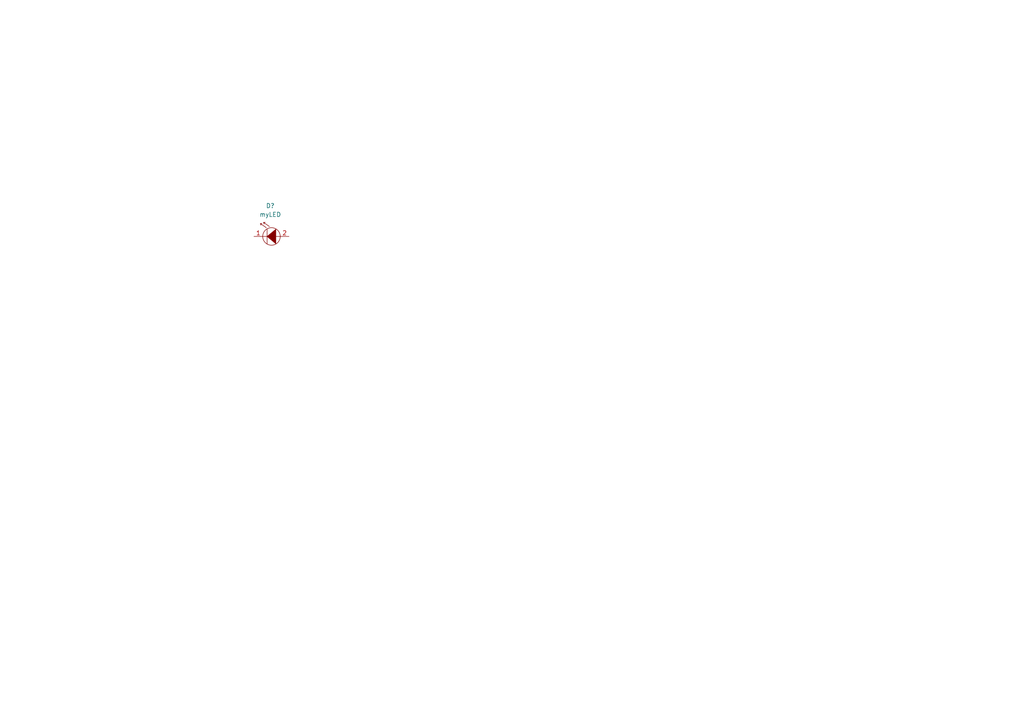
<source format=kicad_sch>
(kicad_sch (version 20211123) (generator eeschema)
  (paper "A4")
  (lib_symbols
    (symbol "1_lsk:myLED"
      (property "Reference" "D" (at -7.62 -1.27 0))
      (property "Value" "myLED" (at 0 -7.62 0))
      (symbol "myLED_0_1"
        (polyline (pts (xy -2.54 0) (xy -1.27 0)))
        (polyline (pts (xy -1.4986 2.54) (xy -3.2004 3.7338)))
        (polyline (pts (xy -1.27 2.0828) (xy -1.27 -2.1336)))
        (polyline (pts (xy -0.5842 2.8702) (xy -2.286 4.064)))
        (polyline (pts (xy 1.27 0) (xy 2.54 0)))
        (polyline (pts (xy -3.048 3.2512) (xy -3.2258 3.7338) (xy -2.7178 3.7592)))
        (polyline (pts (xy -2.1336 3.5814) (xy -2.3114 4.064) (xy -1.8034 4.0894)))
        (polyline (pts (xy -1.27 0) (xy 1.27 2.0828) (xy 1.27 -2.1082) (xy -1.27 0)) (fill (type outline)))
        (circle (center 0 0) (radius 2.54))
      )
      (symbol "myLED_1_1"
        (pin input line (at -5.08 0 0) (length 2.54) (name "") (number "1"))
        (pin input line (at 5.08 0 180) (length 2.54) (name "") (number "2"))
      )
    )
  )
  (symbol (lib_id "1_lsk:myLED") (at 78.74 68.58 0) (unit 1)
    (property "Reference" "D?" (at 78.3971 59.69 0))
    (property "Value" "myLED" (at 78.3971 62.23 0))
  )
)
</source>
